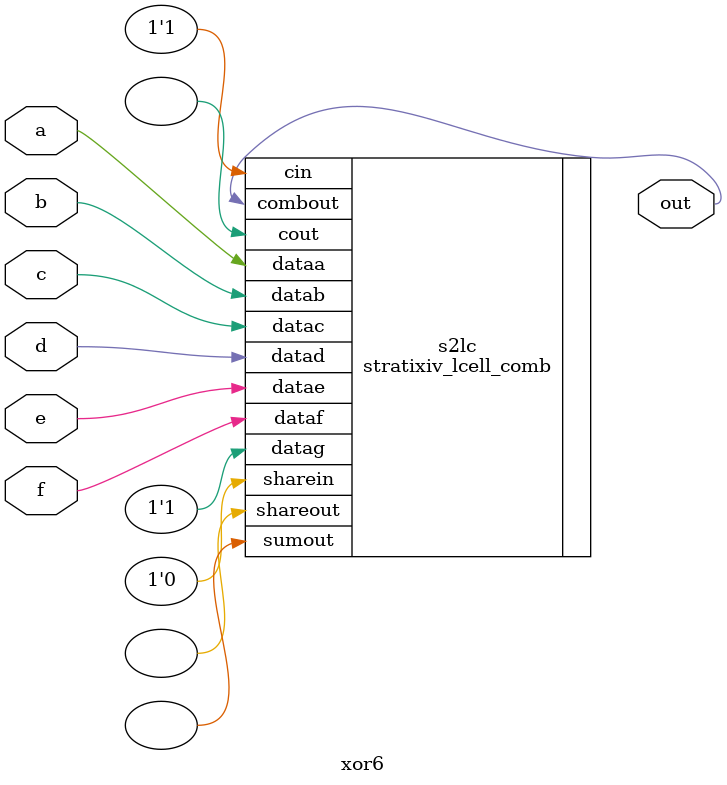
<source format=v>

`timescale 1 ps / 1 ps

module xor6 (out,a,b,c,d,e,f);
input a,b,c,d,e,f;
output out;
wire out;

// Equivalent function : out = a ^ b ^ c ^ d ^ e ^ f;
//assign out = a ^ b ^ c ^ d ^ e ^ f;


stratixiv_lcell_comb s2lc (
  .dataa (a),.datab (b),.datac (c),.datad (d),.datae (e),.dataf (f),.datag(1'b1),
  .cin(1'b1),.sharein(1'b0),.sumout(),.cout(),.shareout(),
  .combout(out));

defparam s2lc .lut_mask = 64'h6996966996696996;
defparam s2lc .shared_arith = "off";
defparam s2lc .extended_lut = "off";

endmodule

</source>
